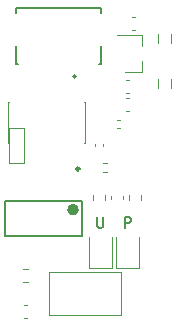
<source format=gto>
G04 #@! TF.GenerationSoftware,KiCad,Pcbnew,(5.1.10)-1*
G04 #@! TF.CreationDate,2021-11-12T00:22:47+01:00*
G04 #@! TF.ProjectId,devboard-stm32g030f6p6,64657662-6f61-4726-942d-73746d333267,rev?*
G04 #@! TF.SameCoordinates,Original*
G04 #@! TF.FileFunction,Legend,Top*
G04 #@! TF.FilePolarity,Positive*
%FSLAX46Y46*%
G04 Gerber Fmt 4.6, Leading zero omitted, Abs format (unit mm)*
G04 Created by KiCad (PCBNEW (5.1.10)-1) date 2021-11-12 00:22:47*
%MOMM*%
%LPD*%
G01*
G04 APERTURE LIST*
%ADD10C,0.120000*%
%ADD11C,0.150000*%
%ADD12C,0.500000*%
%ADD13C,0.250000*%
%ADD14C,0.127000*%
%ADD15C,0.200000*%
%ADD16R,0.850000X0.950000*%
%ADD17R,0.900000X0.800000*%
%ADD18R,0.380766X1.655236*%
%ADD19R,1.500000X1.000000*%
%ADD20O,1.700000X1.700000*%
%ADD21R,1.700000X1.700000*%
%ADD22R,0.740000X2.400000*%
%ADD23R,0.600000X1.350000*%
%ADD24O,1.070000X2.140000*%
%ADD25C,1.300000*%
%ADD26R,0.400000X1.250000*%
G04 APERTURE END LIST*
D10*
X106299000Y-81280000D02*
X106299000Y-84201000D01*
X107569000Y-81280000D02*
X106299000Y-81280000D01*
X107569000Y-84201000D02*
X107569000Y-81280000D01*
X106299000Y-84201000D02*
X107569000Y-84201000D01*
D11*
X116096285Y-89688142D02*
X116096285Y-88788142D01*
X116439142Y-88788142D01*
X116524857Y-88831000D01*
X116567714Y-88873857D01*
X116610571Y-88959571D01*
X116610571Y-89088142D01*
X116567714Y-89173857D01*
X116524857Y-89216714D01*
X116439142Y-89259571D01*
X116096285Y-89259571D01*
X113788857Y-88788142D02*
X113788857Y-89516714D01*
X113831714Y-89602428D01*
X113874571Y-89645285D01*
X113960285Y-89688142D01*
X114131714Y-89688142D01*
X114217428Y-89645285D01*
X114260285Y-89602428D01*
X114303142Y-89516714D01*
X114303142Y-88788142D01*
D10*
X115953000Y-86981420D02*
X115953000Y-87262580D01*
X114933000Y-86981420D02*
X114933000Y-87262580D01*
X117600000Y-76510000D02*
X117600000Y-75580000D01*
X117600000Y-73350000D02*
X117600000Y-74280000D01*
X117600000Y-73350000D02*
X115440000Y-73350000D01*
X117600000Y-76510000D02*
X116140000Y-76510000D01*
D11*
X105970000Y-87402136D02*
X112470000Y-87402136D01*
X112470000Y-87402136D02*
X112470000Y-90397864D01*
X112470000Y-90397864D02*
X105970000Y-90397864D01*
X105970000Y-90397864D02*
X105970000Y-87402136D01*
D12*
X111970000Y-88152136D02*
G75*
G03*
X111970000Y-88152136I-250000J0D01*
G01*
D13*
X112270000Y-84696900D02*
G75*
G03*
X112270000Y-84696900I-125000J0D01*
G01*
D10*
X109726000Y-93450000D02*
X109726000Y-97050000D01*
X109726000Y-97050000D02*
X115826000Y-97050000D01*
X115826000Y-97050000D02*
X115826000Y-93450000D01*
X115826000Y-93450000D02*
X109726000Y-93450000D01*
X114271359Y-84202000D02*
X114578641Y-84202000D01*
X114271359Y-84962000D02*
X114578641Y-84962000D01*
X107458742Y-93203500D02*
X107933258Y-93203500D01*
X107458742Y-94248500D02*
X107933258Y-94248500D01*
X117489500Y-86884742D02*
X117489500Y-87359258D01*
X116444500Y-86884742D02*
X116444500Y-87359258D01*
X114441500Y-86884742D02*
X114441500Y-87359258D01*
X113396500Y-86884742D02*
X113396500Y-87359258D01*
X106239000Y-82524300D02*
X106239000Y-78994300D01*
X112709000Y-82524300D02*
X112709000Y-78994300D01*
X106304000Y-83849300D02*
X106304000Y-82524300D01*
X106239000Y-82524300D02*
X106304000Y-82524300D01*
X106239000Y-78994300D02*
X106304000Y-78994300D01*
X112644000Y-82524300D02*
X112709000Y-82524300D01*
X112644000Y-78994300D02*
X112709000Y-78994300D01*
D14*
X114090000Y-71120000D02*
X114090000Y-71480000D01*
X106890000Y-71120000D02*
X114090000Y-71120000D01*
X106890000Y-71480000D02*
X106890000Y-71120000D01*
D15*
X111940000Y-76870000D02*
G75*
G03*
X111940000Y-76870000I-100000J0D01*
G01*
D14*
X114090000Y-75780000D02*
X113885000Y-75780000D01*
X114090000Y-74260000D02*
X114090000Y-75780000D01*
X106890000Y-75780000D02*
X107095000Y-75780000D01*
X106890000Y-74260000D02*
X106890000Y-75780000D01*
D10*
X118883500Y-74059622D02*
X118883500Y-73260378D01*
X120003500Y-74059622D02*
X120003500Y-73260378D01*
X120003500Y-77070378D02*
X120003500Y-77869622D01*
X118883500Y-77070378D02*
X118883500Y-77869622D01*
X115372000Y-90440000D02*
X115372000Y-93125000D01*
X115372000Y-93125000D02*
X117292000Y-93125000D01*
X117292000Y-93125000D02*
X117292000Y-90440000D01*
X113086000Y-90440000D02*
X113086000Y-93125000D01*
X113086000Y-93125000D02*
X115006000Y-93125000D01*
X115006000Y-93125000D02*
X115006000Y-90440000D01*
X113559000Y-82784836D02*
X113559000Y-82569164D01*
X114279000Y-82784836D02*
X114279000Y-82569164D01*
X115462164Y-80539000D02*
X115677836Y-80539000D01*
X115462164Y-81259000D02*
X115677836Y-81259000D01*
X116472580Y-79758000D02*
X116191420Y-79758000D01*
X116472580Y-78738000D02*
X116191420Y-78738000D01*
X116472580Y-78234000D02*
X116191420Y-78234000D01*
X116472580Y-77214000D02*
X116191420Y-77214000D01*
X116980580Y-72900000D02*
X116699420Y-72900000D01*
X116980580Y-71880000D02*
X116699420Y-71880000D01*
X107555420Y-96264000D02*
X107836580Y-96264000D01*
X107555420Y-97284000D02*
X107836580Y-97284000D01*
%LPC*%
G36*
G01*
X115193000Y-87447000D02*
X115693000Y-87447000D01*
G75*
G02*
X115918000Y-87672000I0J-225000D01*
G01*
X115918000Y-88122000D01*
G75*
G02*
X115693000Y-88347000I-225000J0D01*
G01*
X115193000Y-88347000D01*
G75*
G02*
X114968000Y-88122000I0J225000D01*
G01*
X114968000Y-87672000D01*
G75*
G02*
X115193000Y-87447000I225000J0D01*
G01*
G37*
G36*
G01*
X115193000Y-85897000D02*
X115693000Y-85897000D01*
G75*
G02*
X115918000Y-86122000I0J-225000D01*
G01*
X115918000Y-86572000D01*
G75*
G02*
X115693000Y-86797000I-225000J0D01*
G01*
X115193000Y-86797000D01*
G75*
G02*
X114968000Y-86572000I0J225000D01*
G01*
X114968000Y-86122000D01*
G75*
G02*
X115193000Y-85897000I225000J0D01*
G01*
G37*
D16*
X114928000Y-83566000D03*
X114928000Y-82116000D03*
X116078000Y-82116000D03*
X116078000Y-83566000D03*
D17*
X117840000Y-74930000D03*
X115840000Y-75880000D03*
X115840000Y-73980000D03*
G36*
G01*
X112145000Y-90897864D02*
X112145000Y-90897864D01*
G75*
G02*
X112335383Y-91088247I0J-190383D01*
G01*
X112335383Y-92362717D01*
G75*
G02*
X112145000Y-92553100I-190383J0D01*
G01*
X112145000Y-92553100D01*
G75*
G02*
X111954617Y-92362717I0J190383D01*
G01*
X111954617Y-91088247D01*
G75*
G02*
X112145000Y-90897864I190383J0D01*
G01*
G37*
G36*
G01*
X111495000Y-90897864D02*
X111495000Y-90897864D01*
G75*
G02*
X111685383Y-91088247I0J-190383D01*
G01*
X111685383Y-92362717D01*
G75*
G02*
X111495000Y-92553100I-190383J0D01*
G01*
X111495000Y-92553100D01*
G75*
G02*
X111304617Y-92362717I0J190383D01*
G01*
X111304617Y-91088247D01*
G75*
G02*
X111495000Y-90897864I190383J0D01*
G01*
G37*
G36*
G01*
X110845000Y-90897864D02*
X110845000Y-90897864D01*
G75*
G02*
X111035383Y-91088247I0J-190383D01*
G01*
X111035383Y-92362717D01*
G75*
G02*
X110845000Y-92553100I-190383J0D01*
G01*
X110845000Y-92553100D01*
G75*
G02*
X110654617Y-92362717I0J190383D01*
G01*
X110654617Y-91088247D01*
G75*
G02*
X110845000Y-90897864I190383J0D01*
G01*
G37*
G36*
G01*
X110195000Y-90897864D02*
X110195000Y-90897864D01*
G75*
G02*
X110385383Y-91088247I0J-190383D01*
G01*
X110385383Y-92362717D01*
G75*
G02*
X110195000Y-92553100I-190383J0D01*
G01*
X110195000Y-92553100D01*
G75*
G02*
X110004617Y-92362717I0J190383D01*
G01*
X110004617Y-91088247D01*
G75*
G02*
X110195000Y-90897864I190383J0D01*
G01*
G37*
G36*
G01*
X109545000Y-90897864D02*
X109545000Y-90897864D01*
G75*
G02*
X109735383Y-91088247I0J-190383D01*
G01*
X109735383Y-92362717D01*
G75*
G02*
X109545000Y-92553100I-190383J0D01*
G01*
X109545000Y-92553100D01*
G75*
G02*
X109354617Y-92362717I0J190383D01*
G01*
X109354617Y-91088247D01*
G75*
G02*
X109545000Y-90897864I190383J0D01*
G01*
G37*
G36*
G01*
X108895000Y-90897864D02*
X108895000Y-90897864D01*
G75*
G02*
X109085383Y-91088247I0J-190383D01*
G01*
X109085383Y-92362717D01*
G75*
G02*
X108895000Y-92553100I-190383J0D01*
G01*
X108895000Y-92553100D01*
G75*
G02*
X108704617Y-92362717I0J190383D01*
G01*
X108704617Y-91088247D01*
G75*
G02*
X108895000Y-90897864I190383J0D01*
G01*
G37*
G36*
G01*
X108245000Y-90897864D02*
X108245000Y-90897864D01*
G75*
G02*
X108435383Y-91088247I0J-190383D01*
G01*
X108435383Y-92362717D01*
G75*
G02*
X108245000Y-92553100I-190383J0D01*
G01*
X108245000Y-92553100D01*
G75*
G02*
X108054617Y-92362717I0J190383D01*
G01*
X108054617Y-91088247D01*
G75*
G02*
X108245000Y-90897864I190383J0D01*
G01*
G37*
G36*
G01*
X107595000Y-90897864D02*
X107595000Y-90897864D01*
G75*
G02*
X107785383Y-91088247I0J-190383D01*
G01*
X107785383Y-92362717D01*
G75*
G02*
X107595000Y-92553100I-190383J0D01*
G01*
X107595000Y-92553100D01*
G75*
G02*
X107404617Y-92362717I0J190383D01*
G01*
X107404617Y-91088247D01*
G75*
G02*
X107595000Y-90897864I190383J0D01*
G01*
G37*
G36*
G01*
X106945000Y-90897864D02*
X106945000Y-90897864D01*
G75*
G02*
X107135383Y-91088247I0J-190383D01*
G01*
X107135383Y-92362717D01*
G75*
G02*
X106945000Y-92553100I-190383J0D01*
G01*
X106945000Y-92553100D01*
G75*
G02*
X106754617Y-92362717I0J190383D01*
G01*
X106754617Y-91088247D01*
G75*
G02*
X106945000Y-90897864I190383J0D01*
G01*
G37*
G36*
G01*
X106295000Y-90897864D02*
X106295000Y-90897864D01*
G75*
G02*
X106485383Y-91088247I0J-190383D01*
G01*
X106485383Y-92362717D01*
G75*
G02*
X106295000Y-92553100I-190383J0D01*
G01*
X106295000Y-92553100D01*
G75*
G02*
X106104617Y-92362717I0J190383D01*
G01*
X106104617Y-91088247D01*
G75*
G02*
X106295000Y-90897864I190383J0D01*
G01*
G37*
G36*
G01*
X106295000Y-85246900D02*
X106295000Y-85246900D01*
G75*
G02*
X106485383Y-85437283I0J-190383D01*
G01*
X106485383Y-86711753D01*
G75*
G02*
X106295000Y-86902136I-190383J0D01*
G01*
X106295000Y-86902136D01*
G75*
G02*
X106104617Y-86711753I0J190383D01*
G01*
X106104617Y-85437283D01*
G75*
G02*
X106295000Y-85246900I190383J0D01*
G01*
G37*
G36*
G01*
X106945000Y-85246900D02*
X106945000Y-85246900D01*
G75*
G02*
X107135383Y-85437283I0J-190383D01*
G01*
X107135383Y-86711753D01*
G75*
G02*
X106945000Y-86902136I-190383J0D01*
G01*
X106945000Y-86902136D01*
G75*
G02*
X106754617Y-86711753I0J190383D01*
G01*
X106754617Y-85437283D01*
G75*
G02*
X106945000Y-85246900I190383J0D01*
G01*
G37*
G36*
G01*
X107595000Y-85246900D02*
X107595000Y-85246900D01*
G75*
G02*
X107785383Y-85437283I0J-190383D01*
G01*
X107785383Y-86711753D01*
G75*
G02*
X107595000Y-86902136I-190383J0D01*
G01*
X107595000Y-86902136D01*
G75*
G02*
X107404617Y-86711753I0J190383D01*
G01*
X107404617Y-85437283D01*
G75*
G02*
X107595000Y-85246900I190383J0D01*
G01*
G37*
G36*
G01*
X108245000Y-85246900D02*
X108245000Y-85246900D01*
G75*
G02*
X108435383Y-85437283I0J-190383D01*
G01*
X108435383Y-86711753D01*
G75*
G02*
X108245000Y-86902136I-190383J0D01*
G01*
X108245000Y-86902136D01*
G75*
G02*
X108054617Y-86711753I0J190383D01*
G01*
X108054617Y-85437283D01*
G75*
G02*
X108245000Y-85246900I190383J0D01*
G01*
G37*
G36*
G01*
X108895000Y-85246900D02*
X108895000Y-85246900D01*
G75*
G02*
X109085383Y-85437283I0J-190383D01*
G01*
X109085383Y-86711753D01*
G75*
G02*
X108895000Y-86902136I-190383J0D01*
G01*
X108895000Y-86902136D01*
G75*
G02*
X108704617Y-86711753I0J190383D01*
G01*
X108704617Y-85437283D01*
G75*
G02*
X108895000Y-85246900I190383J0D01*
G01*
G37*
G36*
G01*
X109545000Y-85246900D02*
X109545000Y-85246900D01*
G75*
G02*
X109735383Y-85437283I0J-190383D01*
G01*
X109735383Y-86711753D01*
G75*
G02*
X109545000Y-86902136I-190383J0D01*
G01*
X109545000Y-86902136D01*
G75*
G02*
X109354617Y-86711753I0J190383D01*
G01*
X109354617Y-85437283D01*
G75*
G02*
X109545000Y-85246900I190383J0D01*
G01*
G37*
G36*
G01*
X110195000Y-85246900D02*
X110195000Y-85246900D01*
G75*
G02*
X110385383Y-85437283I0J-190383D01*
G01*
X110385383Y-86711753D01*
G75*
G02*
X110195000Y-86902136I-190383J0D01*
G01*
X110195000Y-86902136D01*
G75*
G02*
X110004617Y-86711753I0J190383D01*
G01*
X110004617Y-85437283D01*
G75*
G02*
X110195000Y-85246900I190383J0D01*
G01*
G37*
G36*
G01*
X110845000Y-85246900D02*
X110845000Y-85246900D01*
G75*
G02*
X111035383Y-85437283I0J-190383D01*
G01*
X111035383Y-86711753D01*
G75*
G02*
X110845000Y-86902136I-190383J0D01*
G01*
X110845000Y-86902136D01*
G75*
G02*
X110654617Y-86711753I0J190383D01*
G01*
X110654617Y-85437283D01*
G75*
G02*
X110845000Y-85246900I190383J0D01*
G01*
G37*
G36*
G01*
X111495000Y-85246900D02*
X111495000Y-85246900D01*
G75*
G02*
X111685383Y-85437283I0J-190383D01*
G01*
X111685383Y-86711753D01*
G75*
G02*
X111495000Y-86902136I-190383J0D01*
G01*
X111495000Y-86902136D01*
G75*
G02*
X111304617Y-86711753I0J190383D01*
G01*
X111304617Y-85437283D01*
G75*
G02*
X111495000Y-85246900I190383J0D01*
G01*
G37*
D18*
X112145000Y-86074518D03*
D19*
X108826000Y-95250000D03*
X116726000Y-95250000D03*
G36*
G01*
X114665000Y-84767000D02*
X114665000Y-84397000D01*
G75*
G02*
X114800000Y-84262000I135000J0D01*
G01*
X115070000Y-84262000D01*
G75*
G02*
X115205000Y-84397000I0J-135000D01*
G01*
X115205000Y-84767000D01*
G75*
G02*
X115070000Y-84902000I-135000J0D01*
G01*
X114800000Y-84902000D01*
G75*
G02*
X114665000Y-84767000I0J135000D01*
G01*
G37*
G36*
G01*
X113645000Y-84767000D02*
X113645000Y-84397000D01*
G75*
G02*
X113780000Y-84262000I135000J0D01*
G01*
X114050000Y-84262000D01*
G75*
G02*
X114185000Y-84397000I0J-135000D01*
G01*
X114185000Y-84767000D01*
G75*
G02*
X114050000Y-84902000I-135000J0D01*
G01*
X113780000Y-84902000D01*
G75*
G02*
X113645000Y-84767000I0J135000D01*
G01*
G37*
G36*
G01*
X108121000Y-94001000D02*
X108121000Y-93451000D01*
G75*
G02*
X108321000Y-93251000I200000J0D01*
G01*
X108721000Y-93251000D01*
G75*
G02*
X108921000Y-93451000I0J-200000D01*
G01*
X108921000Y-94001000D01*
G75*
G02*
X108721000Y-94201000I-200000J0D01*
G01*
X108321000Y-94201000D01*
G75*
G02*
X108121000Y-94001000I0J200000D01*
G01*
G37*
G36*
G01*
X106471000Y-94001000D02*
X106471000Y-93451000D01*
G75*
G02*
X106671000Y-93251000I200000J0D01*
G01*
X107071000Y-93251000D01*
G75*
G02*
X107271000Y-93451000I0J-200000D01*
G01*
X107271000Y-94001000D01*
G75*
G02*
X107071000Y-94201000I-200000J0D01*
G01*
X106671000Y-94201000D01*
G75*
G02*
X106471000Y-94001000I0J200000D01*
G01*
G37*
G36*
G01*
X116692000Y-87547000D02*
X117242000Y-87547000D01*
G75*
G02*
X117442000Y-87747000I0J-200000D01*
G01*
X117442000Y-88147000D01*
G75*
G02*
X117242000Y-88347000I-200000J0D01*
G01*
X116692000Y-88347000D01*
G75*
G02*
X116492000Y-88147000I0J200000D01*
G01*
X116492000Y-87747000D01*
G75*
G02*
X116692000Y-87547000I200000J0D01*
G01*
G37*
G36*
G01*
X116692000Y-85897000D02*
X117242000Y-85897000D01*
G75*
G02*
X117442000Y-86097000I0J-200000D01*
G01*
X117442000Y-86497000D01*
G75*
G02*
X117242000Y-86697000I-200000J0D01*
G01*
X116692000Y-86697000D01*
G75*
G02*
X116492000Y-86497000I0J200000D01*
G01*
X116492000Y-86097000D01*
G75*
G02*
X116692000Y-85897000I200000J0D01*
G01*
G37*
G36*
G01*
X113644000Y-87547000D02*
X114194000Y-87547000D01*
G75*
G02*
X114394000Y-87747000I0J-200000D01*
G01*
X114394000Y-88147000D01*
G75*
G02*
X114194000Y-88347000I-200000J0D01*
G01*
X113644000Y-88347000D01*
G75*
G02*
X113444000Y-88147000I0J200000D01*
G01*
X113444000Y-87747000D01*
G75*
G02*
X113644000Y-87547000I200000J0D01*
G01*
G37*
G36*
G01*
X113644000Y-85897000D02*
X114194000Y-85897000D01*
G75*
G02*
X114394000Y-86097000I0J-200000D01*
G01*
X114394000Y-86497000D01*
G75*
G02*
X114194000Y-86697000I-200000J0D01*
G01*
X113644000Y-86697000D01*
G75*
G02*
X113444000Y-86497000I0J200000D01*
G01*
X113444000Y-86097000D01*
G75*
G02*
X113644000Y-85897000I200000J0D01*
G01*
G37*
D20*
X119380000Y-96520000D03*
X119380000Y-93980000D03*
X119380000Y-91440000D03*
X119380000Y-88900000D03*
X119380000Y-86360000D03*
X119380000Y-83820000D03*
D21*
X119380000Y-81280000D03*
D20*
X104140000Y-96520000D03*
X104140000Y-93980000D03*
X104140000Y-91440000D03*
X104140000Y-88900000D03*
X104140000Y-86360000D03*
X104140000Y-83820000D03*
X104140000Y-81280000D03*
D21*
X104140000Y-78740000D03*
D22*
X112014000Y-78809300D03*
X112014000Y-82709300D03*
X110744000Y-78809300D03*
X110744000Y-82709300D03*
X109474000Y-78809300D03*
X109474000Y-82709300D03*
X108204000Y-78809300D03*
X108204000Y-82709300D03*
X106934000Y-78809300D03*
X106934000Y-82709300D03*
D23*
X109690000Y-72845000D03*
X111290000Y-72845000D03*
D24*
X106890000Y-72870000D03*
X114090000Y-72870000D03*
D25*
X108065000Y-75520000D03*
X112915000Y-75520000D03*
D26*
X109190000Y-75495000D03*
X109840000Y-75495000D03*
X110490000Y-75495000D03*
X111140000Y-75495000D03*
X111790000Y-75495000D03*
G36*
G01*
X119824750Y-73035000D02*
X119062250Y-73035000D01*
G75*
G02*
X118843500Y-72816250I0J218750D01*
G01*
X118843500Y-72378750D01*
G75*
G02*
X119062250Y-72160000I218750J0D01*
G01*
X119824750Y-72160000D01*
G75*
G02*
X120043500Y-72378750I0J-218750D01*
G01*
X120043500Y-72816250D01*
G75*
G02*
X119824750Y-73035000I-218750J0D01*
G01*
G37*
G36*
G01*
X119824750Y-75160000D02*
X119062250Y-75160000D01*
G75*
G02*
X118843500Y-74941250I0J218750D01*
G01*
X118843500Y-74503750D01*
G75*
G02*
X119062250Y-74285000I218750J0D01*
G01*
X119824750Y-74285000D01*
G75*
G02*
X120043500Y-74503750I0J-218750D01*
G01*
X120043500Y-74941250D01*
G75*
G02*
X119824750Y-75160000I-218750J0D01*
G01*
G37*
G36*
G01*
X119062250Y-78095000D02*
X119824750Y-78095000D01*
G75*
G02*
X120043500Y-78313750I0J-218750D01*
G01*
X120043500Y-78751250D01*
G75*
G02*
X119824750Y-78970000I-218750J0D01*
G01*
X119062250Y-78970000D01*
G75*
G02*
X118843500Y-78751250I0J218750D01*
G01*
X118843500Y-78313750D01*
G75*
G02*
X119062250Y-78095000I218750J0D01*
G01*
G37*
G36*
G01*
X119062250Y-75970000D02*
X119824750Y-75970000D01*
G75*
G02*
X120043500Y-76188750I0J-218750D01*
G01*
X120043500Y-76626250D01*
G75*
G02*
X119824750Y-76845000I-218750J0D01*
G01*
X119062250Y-76845000D01*
G75*
G02*
X118843500Y-76626250I0J218750D01*
G01*
X118843500Y-76188750D01*
G75*
G02*
X119062250Y-75970000I218750J0D01*
G01*
G37*
G36*
G01*
X116788250Y-90990000D02*
X115875750Y-90990000D01*
G75*
G02*
X115632000Y-90746250I0J243750D01*
G01*
X115632000Y-90258750D01*
G75*
G02*
X115875750Y-90015000I243750J0D01*
G01*
X116788250Y-90015000D01*
G75*
G02*
X117032000Y-90258750I0J-243750D01*
G01*
X117032000Y-90746250D01*
G75*
G02*
X116788250Y-90990000I-243750J0D01*
G01*
G37*
G36*
G01*
X116788250Y-92865000D02*
X115875750Y-92865000D01*
G75*
G02*
X115632000Y-92621250I0J243750D01*
G01*
X115632000Y-92133750D01*
G75*
G02*
X115875750Y-91890000I243750J0D01*
G01*
X116788250Y-91890000D01*
G75*
G02*
X117032000Y-92133750I0J-243750D01*
G01*
X117032000Y-92621250D01*
G75*
G02*
X116788250Y-92865000I-243750J0D01*
G01*
G37*
G36*
G01*
X114502250Y-90990000D02*
X113589750Y-90990000D01*
G75*
G02*
X113346000Y-90746250I0J243750D01*
G01*
X113346000Y-90258750D01*
G75*
G02*
X113589750Y-90015000I243750J0D01*
G01*
X114502250Y-90015000D01*
G75*
G02*
X114746000Y-90258750I0J-243750D01*
G01*
X114746000Y-90746250D01*
G75*
G02*
X114502250Y-90990000I-243750J0D01*
G01*
G37*
G36*
G01*
X114502250Y-92865000D02*
X113589750Y-92865000D01*
G75*
G02*
X113346000Y-92621250I0J243750D01*
G01*
X113346000Y-92133750D01*
G75*
G02*
X113589750Y-91890000I243750J0D01*
G01*
X114502250Y-91890000D01*
G75*
G02*
X114746000Y-92133750I0J-243750D01*
G01*
X114746000Y-92621250D01*
G75*
G02*
X114502250Y-92865000I-243750J0D01*
G01*
G37*
G36*
G01*
X114089000Y-82477000D02*
X113749000Y-82477000D01*
G75*
G02*
X113609000Y-82337000I0J140000D01*
G01*
X113609000Y-82057000D01*
G75*
G02*
X113749000Y-81917000I140000J0D01*
G01*
X114089000Y-81917000D01*
G75*
G02*
X114229000Y-82057000I0J-140000D01*
G01*
X114229000Y-82337000D01*
G75*
G02*
X114089000Y-82477000I-140000J0D01*
G01*
G37*
G36*
G01*
X114089000Y-83437000D02*
X113749000Y-83437000D01*
G75*
G02*
X113609000Y-83297000I0J140000D01*
G01*
X113609000Y-83017000D01*
G75*
G02*
X113749000Y-82877000I140000J0D01*
G01*
X114089000Y-82877000D01*
G75*
G02*
X114229000Y-83017000I0J-140000D01*
G01*
X114229000Y-83297000D01*
G75*
G02*
X114089000Y-83437000I-140000J0D01*
G01*
G37*
G36*
G01*
X115770000Y-81069000D02*
X115770000Y-80729000D01*
G75*
G02*
X115910000Y-80589000I140000J0D01*
G01*
X116190000Y-80589000D01*
G75*
G02*
X116330000Y-80729000I0J-140000D01*
G01*
X116330000Y-81069000D01*
G75*
G02*
X116190000Y-81209000I-140000J0D01*
G01*
X115910000Y-81209000D01*
G75*
G02*
X115770000Y-81069000I0J140000D01*
G01*
G37*
G36*
G01*
X114810000Y-81069000D02*
X114810000Y-80729000D01*
G75*
G02*
X114950000Y-80589000I140000J0D01*
G01*
X115230000Y-80589000D01*
G75*
G02*
X115370000Y-80729000I0J-140000D01*
G01*
X115370000Y-81069000D01*
G75*
G02*
X115230000Y-81209000I-140000J0D01*
G01*
X114950000Y-81209000D01*
G75*
G02*
X114810000Y-81069000I0J140000D01*
G01*
G37*
G36*
G01*
X116007000Y-78998000D02*
X116007000Y-79498000D01*
G75*
G02*
X115782000Y-79723000I-225000J0D01*
G01*
X115332000Y-79723000D01*
G75*
G02*
X115107000Y-79498000I0J225000D01*
G01*
X115107000Y-78998000D01*
G75*
G02*
X115332000Y-78773000I225000J0D01*
G01*
X115782000Y-78773000D01*
G75*
G02*
X116007000Y-78998000I0J-225000D01*
G01*
G37*
G36*
G01*
X117557000Y-78998000D02*
X117557000Y-79498000D01*
G75*
G02*
X117332000Y-79723000I-225000J0D01*
G01*
X116882000Y-79723000D01*
G75*
G02*
X116657000Y-79498000I0J225000D01*
G01*
X116657000Y-78998000D01*
G75*
G02*
X116882000Y-78773000I225000J0D01*
G01*
X117332000Y-78773000D01*
G75*
G02*
X117557000Y-78998000I0J-225000D01*
G01*
G37*
G36*
G01*
X116007000Y-77474000D02*
X116007000Y-77974000D01*
G75*
G02*
X115782000Y-78199000I-225000J0D01*
G01*
X115332000Y-78199000D01*
G75*
G02*
X115107000Y-77974000I0J225000D01*
G01*
X115107000Y-77474000D01*
G75*
G02*
X115332000Y-77249000I225000J0D01*
G01*
X115782000Y-77249000D01*
G75*
G02*
X116007000Y-77474000I0J-225000D01*
G01*
G37*
G36*
G01*
X117557000Y-77474000D02*
X117557000Y-77974000D01*
G75*
G02*
X117332000Y-78199000I-225000J0D01*
G01*
X116882000Y-78199000D01*
G75*
G02*
X116657000Y-77974000I0J225000D01*
G01*
X116657000Y-77474000D01*
G75*
G02*
X116882000Y-77249000I225000J0D01*
G01*
X117332000Y-77249000D01*
G75*
G02*
X117557000Y-77474000I0J-225000D01*
G01*
G37*
G36*
G01*
X116515000Y-72140000D02*
X116515000Y-72640000D01*
G75*
G02*
X116290000Y-72865000I-225000J0D01*
G01*
X115840000Y-72865000D01*
G75*
G02*
X115615000Y-72640000I0J225000D01*
G01*
X115615000Y-72140000D01*
G75*
G02*
X115840000Y-71915000I225000J0D01*
G01*
X116290000Y-71915000D01*
G75*
G02*
X116515000Y-72140000I0J-225000D01*
G01*
G37*
G36*
G01*
X118065000Y-72140000D02*
X118065000Y-72640000D01*
G75*
G02*
X117840000Y-72865000I-225000J0D01*
G01*
X117390000Y-72865000D01*
G75*
G02*
X117165000Y-72640000I0J225000D01*
G01*
X117165000Y-72140000D01*
G75*
G02*
X117390000Y-71915000I225000J0D01*
G01*
X117840000Y-71915000D01*
G75*
G02*
X118065000Y-72140000I0J-225000D01*
G01*
G37*
G36*
G01*
X108021000Y-97024000D02*
X108021000Y-96524000D01*
G75*
G02*
X108246000Y-96299000I225000J0D01*
G01*
X108696000Y-96299000D01*
G75*
G02*
X108921000Y-96524000I0J-225000D01*
G01*
X108921000Y-97024000D01*
G75*
G02*
X108696000Y-97249000I-225000J0D01*
G01*
X108246000Y-97249000D01*
G75*
G02*
X108021000Y-97024000I0J225000D01*
G01*
G37*
G36*
G01*
X106471000Y-97024000D02*
X106471000Y-96524000D01*
G75*
G02*
X106696000Y-96299000I225000J0D01*
G01*
X107146000Y-96299000D01*
G75*
G02*
X107371000Y-96524000I0J-225000D01*
G01*
X107371000Y-97024000D01*
G75*
G02*
X107146000Y-97249000I-225000J0D01*
G01*
X106696000Y-97249000D01*
G75*
G02*
X106471000Y-97024000I0J225000D01*
G01*
G37*
M02*

</source>
